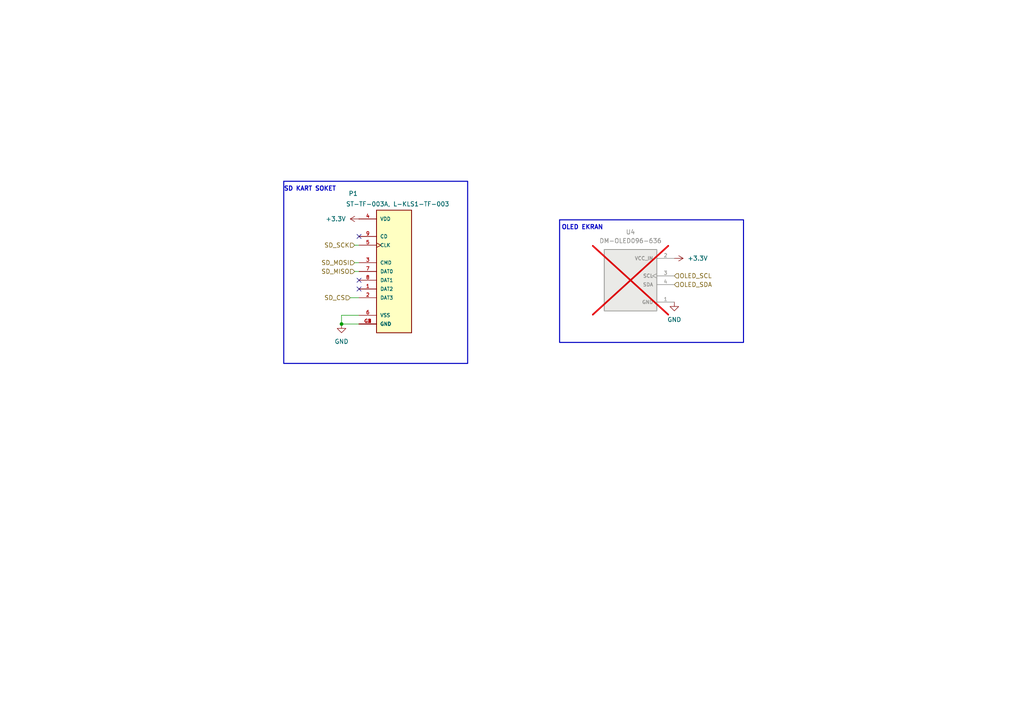
<source format=kicad_sch>
(kicad_sch (version 20250114) (generator "eeschema") (generator_version "9.0")
  (paper "A4")
  (title_block (title "Mini Power Logger") (date "2025-11-06") (rev "V0.1") (company "Mergened") (comment 1 "oesen@mergened.com") (comment 2 "Designed by: Oğuzhan EŞEN"))
  (lib_symbols
    (symbol "OLED_SCREEN:DM-OLED096-636" (pin_names (offset 1.016))
      (property "Reference" "U" (at -7.62 10.922 0))
      (property "Value" "DM-OLED096-636" (at -7.62 -10.16 0))
      (symbol "DM-OLED096-636_0_0"
        (rectangle (start -7.62 10.16) (end 7.62 -7.62) (stroke (width 0.254)) (fill (type background)))
        (pin power_in line (at 12.7 7.62 180) (length 5.08) (name "VCC_IN") (number "2"))
        (pin input clock (at 12.7 2.54 180) (length 5.08) (name "SCL") (number "3"))
        (pin bidirectional line (at 12.7 0 180) (length 5.08) (name "SDA") (number "4"))
        (pin power_in line (at 12.7 -5.08 180) (length 5.08) (name "GND") (number "1"))
      )
    )
    (symbol "SD_CARD_SOKET:ST-TF-003A" (pin_names (offset 1.016))
      (property "Reference" "P" (at 0 17.7943 0))
      (property "Value" "ST-TF-003A" (at 0 -20.3492 0))
      (symbol "ST-TF-003A_0_0"
        (rectangle (start 0 17.78) (end 10.16 -17.78) (stroke (width 0.254)) (fill (type background)))
        (pin power_in line (at -5.08 15.24 0) (length 5.08) (name "VDD") (number "4"))
        (pin input line (at -5.08 10.16 0) (length 5.08) (name "CD") (number "9"))
        (pin input clock (at -5.08 7.62 0) (length 5.08) (name "CLK") (number "5"))
        (pin bidirectional line (at -5.08 2.54 0) (length 5.08) (name "CMD") (number "3"))
        (pin bidirectional line (at -5.08 0 0) (length 5.08) (name "DAT0") (number "7"))
        (pin bidirectional line (at -5.08 -2.54 0) (length 5.08) (name "DAT1") (number "8"))
        (pin bidirectional line (at -5.08 -5.08 0) (length 5.08) (name "DAT2") (number "1"))
        (pin bidirectional line (at -5.08 -7.62 0) (length 5.08) (name "DAT3") (number "2"))
        (pin passive line (at -5.08 -12.7 0) (length 5.08) (name "VSS") (number "6"))
        (pin passive line (at -5.08 -15.24 0) (length 5.08) (name "GND") (number "G1"))
        (pin passive line (at -5.08 -15.24 0) (length 5.08) (name "GND") (number "G2"))
        (pin passive line (at -5.08 -15.24 0) (length 5.08) (name "GND") (number "G3"))
        (pin passive line (at -5.08 -15.24 0) (length 5.08) (name "GND") (number "G4"))
      )
    )
    (symbol "power:+3.3V" (power) (pin_numbers (hide yes)) (pin_names (offset 0) (hide yes))
      (property "Value" "+3.3V" (at 0 3.556 0))
      (symbol "+3.3V_0_1"
        (polyline (pts (xy -0.762 1.27) (xy 0 2.54)))
        (polyline (pts (xy 0 2.54) (xy 0.762 1.27)))
        (polyline (pts (xy 0 0) (xy 0 2.54)))
      )
      (symbol "+3.3V_1_1"
        (pin power_in line (at 0 0 90) (length 0) (name "~") (number "1"))
      )
    )
    (symbol "power:GND" (power) (pin_numbers (hide yes)) (pin_names (offset 0) (hide yes))
      (property "Value" "GND" (at 0 -3.81 0))
      (symbol "GND_0_1"
        (polyline (pts (xy 0 0) (xy 0 -1.27) (xy 1.27 -1.27) (xy 0 -2.54) (xy -1.27 -1.27) (xy 0 -1.27)))
      )
      (symbol "GND_1_1"
        (pin power_in line (at 0 0 270) (length 0) (name "~") (number "1"))
      )
    )
  )
  (rectangle (start 162.306 63.754) (end 215.646 99.314) (stroke (width 0.3)))
  (rectangle (start 82.296 52.578) (end 135.636 105.41) (stroke (width 0.3)))
  (text "SD KART SOKET\n" (at 89.916 54.864 0) (effects (font (size 1.27 1.27) (thickness 0.254) (bold yes))))
  (text "OLED EKRAN" (at 168.91 66.04 0) (effects (font (size 1.27 1.27) (thickness 0.254) (bold yes))))
  (junction (at 99.06 93.98))
  (no_connect (at 104.14 68.58))
  (no_connect (at 104.14 81.28))
  (no_connect (at 104.14 83.82))
  (wire (pts (xy 104.14 91.44) (xy 99.06 91.44)))
  (wire (pts (xy 99.06 91.44) (xy 99.06 93.98)))
  (wire (pts (xy 99.06 93.98) (xy 104.14 93.98)))
  (wire (pts (xy 102.87 71.12) (xy 104.14 71.12)))
  (wire (pts (xy 101.6 86.36) (xy 104.14 86.36)))
  (wire (pts (xy 102.87 78.74) (xy 104.14 78.74)))
  (wire (pts (xy 102.87 76.2) (xy 104.14 76.2)))
  (hierarchical_label "SD_SCK" (shape input) (at 102.87 71.12 180))
  (hierarchical_label "SD_CS" (shape input) (at 101.6 86.36 180))
  (hierarchical_label "SD_MISO" (shape input) (at 102.87 78.74 180))
  (hierarchical_label "SD_MOSI" (shape input) (at 102.87 76.2 180))
  (hierarchical_label "OLED_SDA" (shape input) (at 195.58 82.55 0))
  (hierarchical_label "OLED_SCL" (shape input) (at 195.58 80.01 0))
  (symbol (lib_id "SD_CARD_SOKET:ST-TF-003A") (at 109.22 78.74 0) (unit 1)
    (property "Reference" "P1" (at 101.092 56.134 0) (effects (justify left)))
    (property "Value" "ST-TF-003A, L-KLS1-TF-003" (at 100.33 59.182 0) (effects (justify left)))
    (property "Footprint" "mergened_footprints2:sdcardsoket" (effects (hide yes)))
    (property "MF" "Suntech" (effects (hide yes)))
    (property "Description_1" "Micro SD Card Socket" (effects (hide yes)))
    (property "Package" "None" (effects (hide yes)))
    (property "Price" "None" (effects (hide yes)))
    (property "Check_prices" "https://www.snapeda.com/parts/ST-TF-003A/Suntech/view-part/?ref=eda" (effects (hide yes)))
    (property "SnapEDA_Link" "https://www.snapeda.com/parts/ST-TF-003A/Suntech/view-part/?ref=snap" (effects (hide yes)))
    (property "MP" "ST-TF-003A" (effects (hide yes)))
    (property "Availability" "Not in stock" (effects (hide yes)))
    (property "MANUFACTURER" "Suntech" (effects (hide yes)))
    (property "OZDISAN" "L-KLS1-TF-003  " (effects (hide yes)))
    (property "özdisan" "L-KLS1-TF-003  " (effects (hide yes)))
  )
  (symbol (lib_id "power:+3.3V") (at 104.14 63.5 90) (unit 1)
    (property "Reference" "#PWR046" (effects (hide yes)))
    (property "Value" "+3.3V" (at 100.33 63.4999 90) (effects (justify left)))
    (property "Description" "Power symbol creates a global label with name \"+3.3V\"" (effects (hide yes)))
  )
  (symbol (lib_id "power:+3.3V") (at 195.58 74.93 270) (unit 1)
    (property "Reference" "#PWR047" (effects (hide yes)))
    (property "Value" "+3.3V" (at 199.39 74.9299 90) (effects (justify left)))
    (property "Description" "Power symbol creates a global label with name \"+3.3V\"" (effects (hide yes)))
  )
  (symbol (lib_id "power:GND") (at 99.06 93.98 0) (unit 1)
    (property "Reference" "#PWR045" (effects (hide yes)))
    (property "Value" "GND" (at 99.06 99.06 0))
    (property "Description" "Power symbol creates a global label with name \"GND\" , ground" (effects (hide yes)))
  )
  (symbol (lib_id "power:GND") (at 195.58 87.63 0) (unit 1)
    (property "Reference" "#PWR048" (effects (hide yes)))
    (property "Value" "GND" (at 195.58 92.71 0))
    (property "Description" "Power symbol creates a global label with name \"GND\" , ground" (effects (hide yes)))
  )
  (symbol (lib_id "OLED_SCREEN:DM-OLED096-636") (at 182.88 82.55 0) (unit 1) (dnp yes)
    (property "Reference" "U4" (at 182.88 67.31 0))
    (property "Value" "DM-OLED096-636" (at 182.88 69.85 0))
    (property "Footprint" "mergened_footprints2:MODULE_DM-OLED096-636" (effects (hide yes)))
    (property "MF" "Display Module" (effects (hide yes)))
    (property "MAXIMUM_PACKAGE_HEIGHT" "11.3 mm" (effects (hide yes)))
    (property "Package" "Package" (effects (hide yes)))
    (property "Price" "None" (effects (hide yes)))
    (property "Check_prices" "https://www.snapeda.com/parts/DM-OLED096-636/Display+Module/view-part/?ref=eda" (effects (hide yes)))
    (property "STANDARD" "Manufacturer Recommendations" (effects (hide yes)))
    (property "PARTREV" "2018-09-10" (effects (hide yes)))
    (property "SnapEDA_Link" "https://www.snapeda.com/parts/DM-OLED096-636/Display+Module/view-part/?ref=snap" (effects (hide yes)))
    (property "MP" "DM-OLED096-636" (effects (hide yes)))
    (property "Description_1" "0.96” 128 X 64 MONOCHROME GRAPHIC OLED DISPLAY MODULE - I2C" (effects (hide yes)))
    (property "Availability" "Not in stock" (effects (hide yes)))
    (property "MANUFACTURER" "Displaymodule" (effects (hide yes)))
    (property "özdisan" "WEA012864DLPP3N00003" (effects (hide yes)))
  )
)
</source>
